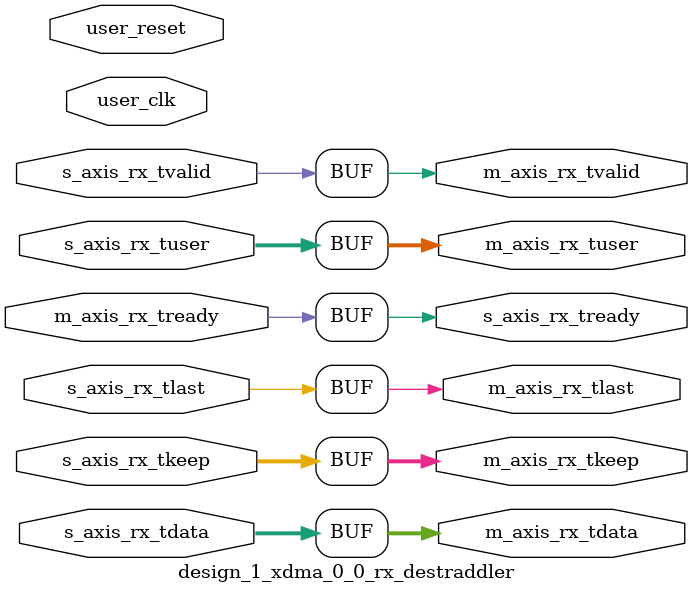
<source format=sv>


`timescale 1ps/1ps

module design_1_xdma_0_0_rx_destraddler #(
  parameter C_AXI_DATA_WIDTH = 64,                     // RX/TX interface data width
  parameter C_KEEP_WIDTH     = C_AXI_DATA_WIDTH/8,     // TKEEP width
  parameter TCQ              = 1                       // Clock to Q time

  ) (

  input                         user_clk,
  input                         user_reset,

  //-------------------------------------------------
  // AXI-S RX Interface from PCIe Hard Block
  //-------------------------------------------------
  input  [C_AXI_DATA_WIDTH-1:0] s_axis_rx_tdata,       // RX data
  input                         s_axis_rx_tvalid,      // RX data is valid
  output reg                    s_axis_rx_tready,      // RX ready for data
  input      [C_KEEP_WIDTH-1:0] s_axis_rx_tkeep,       // RX strobe byte enables
  input                         s_axis_rx_tlast,       // RX data is last
  input                  [21:0] s_axis_rx_tuser,       // RX user signals

  //-------------------------------------------------
  // AXI-S RX Interface to RX Demux
  //-------------------------------------------------
  output reg [C_AXI_DATA_WIDTH-1:0] m_axis_rx_tdata,       // RX data
  output reg                        m_axis_rx_tvalid,      // RX data is valid
  input                             m_axis_rx_tready,      // RX ready for data
  output reg    [C_KEEP_WIDTH-1:0]  m_axis_rx_tkeep,       // RX strobe byte enables
  output reg                        m_axis_rx_tlast,       // RX data is last
  output reg                [21:0]  m_axis_rx_tuser        // RX user signals

);

generate
if(C_AXI_DATA_WIDTH == 128) begin : data_width_128

  // Local parameters

  localparam NORMAL_PACKET    = 2'b00;
  localparam STRADDLED_PACKET = 2'b01;
  localparam THROTTLE_TLP     = 2'b10;

  // Wire and Register Declarations

  reg [1:0]  state;
  reg [63:0] prev_data_half;
  reg [7:0]  prev_keep_half;
  reg [21:0] prev_user_half;


  always @(posedge user_clk) begin

    if (user_reset) begin

      state <= #TCQ NORMAL_PACKET;

    end else begin

      if (m_axis_rx_tready) begin

        // Store higher DWs in case it's straddled packet
        prev_data_half <= #TCQ s_axis_rx_tdata[127:64];
        prev_keep_half <= #TCQ s_axis_rx_tkeep[15:8];
        prev_user_half <= #TCQ s_axis_rx_tuser;

        case (state)

        NORMAL_PACKET: begin

          if (s_axis_rx_tuser[14] && s_axis_rx_tuser[13]) begin // SOF && Start @ DW2/3

            state           <= #TCQ STRADDLED_PACKET;

          end

        end // NORMAL_PACKET

        STRADDLED_PACKET: begin

          if (s_axis_rx_tuser[21] && !s_axis_rx_tuser[14]) begin // EOF && !SOF

            if (s_axis_rx_tuser[20]) begin          // EOF @ DW2/3
              state           <= #TCQ THROTTLE_TLP;
            end else begin                          // EOF @ DW0/1
              state           <= #TCQ NORMAL_PACKET;
            end

          end // EOF && !SOF

          // Note for all possible conditions in this state:
          // else if EOF && SOF  : SOF can only start @ DW2/3, so EOF can only be @ DW0/1. Stay in this state
          // else if !EOF && SOF : Will never have SOF only in this state. Stay in this state
          // else if !EOF && !SOF: No change. Stay in this state

        end // STRADDLED_PACKET

        THROTTLE_TLP: begin

          state <= #TCQ NORMAL_PACKET;

        end // THROTTLE_TLP

        default: begin

          state <= #TCQ NORMAL_PACKET;

        end // default

        endcase

      end // s_axis_rx_tready
    end // reset
  end // always

  always @(*) begin

      case (state)

      NORMAL_PACKET: begin

        m_axis_rx_tdata  = s_axis_rx_tdata;
        m_axis_rx_tvalid = s_axis_rx_tvalid;
        s_axis_rx_tready = m_axis_rx_tready;
        m_axis_rx_tkeep  =   (s_axis_rx_tuser[20:19] == 2'b00) ? 16'h000F :
                           ( (s_axis_rx_tuser[20:19] == 2'b01) ? 16'h00FF :
                           ( (s_axis_rx_tuser[20:19] == 2'b10) ? 16'h0FFF :
                                                                 16'hFFFF ));

        m_axis_rx_tlast  = s_axis_rx_tuser[21];

        // If EOF or (EOF and SOF), zero out SOF field. If SOF, the EOF field is already zero in this state
        m_axis_rx_tuser  = s_axis_rx_tuser[21] ? ( {s_axis_rx_tuser[21:15], 5'b0, s_axis_rx_tuser[9:0]} ) :
                                                 ( s_axis_rx_tuser                                      ) ;

      end

      STRADDLED_PACKET: begin

        m_axis_rx_tdata  = {s_axis_rx_tdata[63:0], prev_data_half};
        m_axis_rx_tvalid = s_axis_rx_tvalid;
        s_axis_rx_tready = m_axis_rx_tready;

        m_axis_rx_tkeep  = { ((s_axis_rx_tuser[20:19] == 2'b00) ? 8'h0F : 8'hFF),
                             8'hFF
                           };

        m_axis_rx_tlast  = (s_axis_rx_tuser[21] && s_axis_rx_tuser[20]) ? 1'b0 : 1'b1;

        // If SOF seen previously, zero out EOF. If EOF or (EOF and SOF) currently, zero out SOF field.
        m_axis_rx_tuser  = prev_user_half[14] ? {5'b0, prev_user_half[16:0]} :
                                                ( s_axis_rx_tuser[21] ? ( {s_axis_rx_tuser[21:15], 5'b0, s_axis_rx_tuser[9:0]} ) :
                                                                        ( s_axis_rx_tuser                                      )
                                                );

      end

      THROTTLE_TLP: begin

        m_axis_rx_tdata  = {64'h0, prev_data_half};
        m_axis_rx_tvalid = 1'b1;
        s_axis_rx_tready = 1'b0;

        m_axis_rx_tkeep  = { 8'h0, 
                             ((prev_user_half[20:19] == 2'b00) ? 8'h0F : 8'hFF)
                           };

        m_axis_rx_tlast  = 1'b1;
        m_axis_rx_tuser  = {prev_user_half[21:15], 5'b0, prev_user_half[9:0]}; // Zero out SOF field

      end

      default: begin

        m_axis_rx_tdata  = s_axis_rx_tdata;
        m_axis_rx_tvalid = s_axis_rx_tvalid;
        s_axis_rx_tready = m_axis_rx_tready;
        m_axis_rx_tkeep  = s_axis_rx_tkeep;
        m_axis_rx_tlast  = s_axis_rx_tuser[21];
        m_axis_rx_tuser  = s_axis_rx_tuser;

      end

      endcase

  end // always

end // data_width_128
else begin: data_width_64

  // No straddling in 64-bit mode. Pass through all signals as is
  always @(*) begin

    m_axis_rx_tdata  = s_axis_rx_tdata;
    m_axis_rx_tvalid = s_axis_rx_tvalid;
    s_axis_rx_tready = m_axis_rx_tready;
    m_axis_rx_tkeep  = s_axis_rx_tkeep;
    m_axis_rx_tlast  = s_axis_rx_tlast;
    m_axis_rx_tuser  = s_axis_rx_tuser;

  end // always

end // data_width_64
endgenerate

endmodule

</source>
